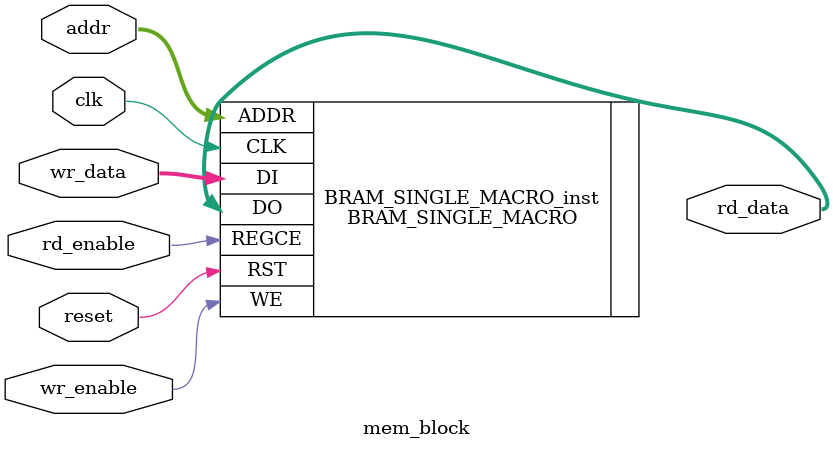
<source format=v>
module mem_block
  #(
    parameter DATA_WIDTH = 8,
    parameter ADDR_WIDTH = 16
    )
  (
   input clk,
   input reset,
   input rd_enable,
   input wr_enable,
   output [DATA_WIDTH-1:0] rd_data,
   input [DATA_WIDTH-1:0] wr_data,
   input [ADDR_WIDTH-1:0] addr
   );

  // For now, this will just instantiate the Xilinx primitive

   BRAM_SINGLE_MACRO
     #(
       .BRAM_SIZE("36Kb"),
       .DEVICE("7SERIES"),
       .DO_REG(0),
       .INIT({DATA_WIDTH{1'b0}}),
       .INIT_FILE("NONE"),
       .WRITE_WIDTH(DATA_WIDTH),
       .READ_WIDTH(DATA_WIDTH),
       .SRVAL({DATA_WIDTH{1'b0}}),
       .WRITE_MODE("WRITE_FIRST")
              ) BRAM_SINGLE_MACRO_inst (
                                        .DO(rd_data),
                                        .ADDR(addr),
                                        .CLK(clk),
                                        .DI(wr_data),
                                        .DO(rd_data),
                                        .REGCE(rd_enable),
                                        .RST(reset),
                                        .WE(wr_enable)
                                        );

endmodule // mem_block

</source>
